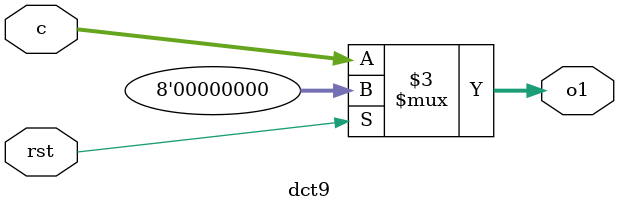
<source format=v>
`timescale 1ns / 1ps
module dct9(
input [7:0] c,
input rst,
output reg [7:0] o1 
);
always@(c,rst)
begin
  if(rst)
  begin 
   o1<=0;
	end
else 
  begin
   o1<=c;
end
end
endmodule 

</source>
